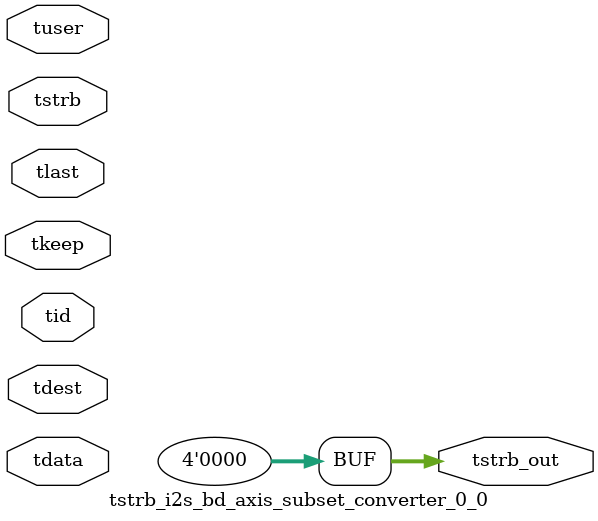
<source format=v>


`timescale 1ps/1ps

module tstrb_i2s_bd_axis_subset_converter_0_0 #
(
parameter C_S_AXIS_TDATA_WIDTH = 32,
parameter C_S_AXIS_TUSER_WIDTH = 0,
parameter C_S_AXIS_TID_WIDTH   = 0,
parameter C_S_AXIS_TDEST_WIDTH = 0,
parameter C_M_AXIS_TDATA_WIDTH = 32
)
(
input  [(C_S_AXIS_TDATA_WIDTH == 0 ? 1 : C_S_AXIS_TDATA_WIDTH)-1:0     ] tdata,
input  [(C_S_AXIS_TUSER_WIDTH == 0 ? 1 : C_S_AXIS_TUSER_WIDTH)-1:0     ] tuser,
input  [(C_S_AXIS_TID_WIDTH   == 0 ? 1 : C_S_AXIS_TID_WIDTH)-1:0       ] tid,
input  [(C_S_AXIS_TDEST_WIDTH == 0 ? 1 : C_S_AXIS_TDEST_WIDTH)-1:0     ] tdest,
input  [(C_S_AXIS_TDATA_WIDTH/8)-1:0 ] tkeep,
input  [(C_S_AXIS_TDATA_WIDTH/8)-1:0 ] tstrb,
input                                                                    tlast,
output [(C_M_AXIS_TDATA_WIDTH/8)-1:0 ] tstrb_out
);

assign tstrb_out = {1'b0};

endmodule


</source>
